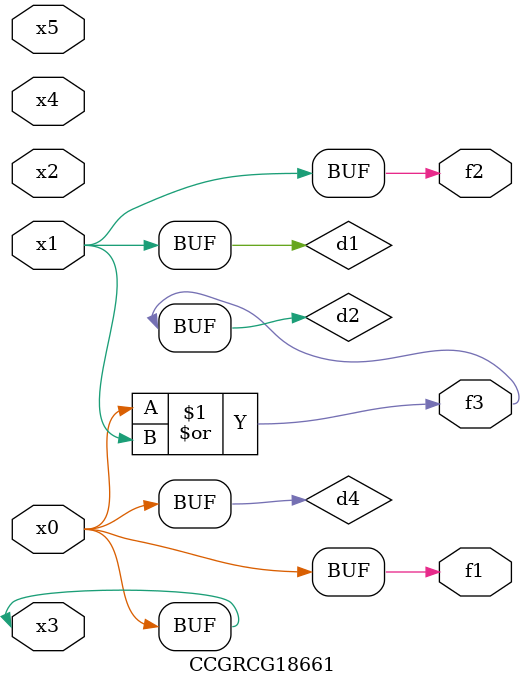
<source format=v>
module CCGRCG18661(
	input x0, x1, x2, x3, x4, x5,
	output f1, f2, f3
);

	wire d1, d2, d3, d4;

	and (d1, x1);
	or (d2, x0, x1);
	nand (d3, x0, x5);
	buf (d4, x0, x3);
	assign f1 = d4;
	assign f2 = d1;
	assign f3 = d2;
endmodule

</source>
